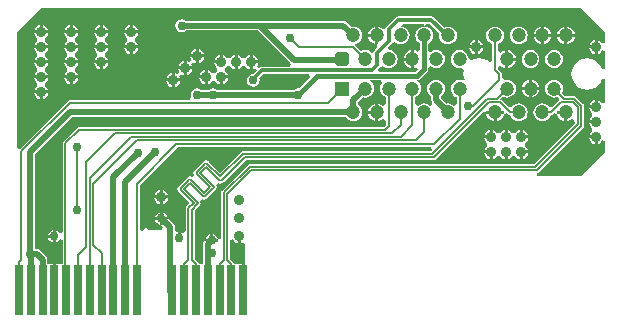
<source format=gbl>
%FSAX24Y24*%
%MOIN*%
G70*
G01*
G75*
G04 Layer_Physical_Order=2*
G04 Layer_Color=16711680*
%ADD10C,0.0060*%
%ADD11R,0.0276X0.1654*%
%ADD12C,0.0200*%
%ADD13C,0.0120*%
%ADD14C,0.0472*%
%ADD15R,0.0472X0.0472*%
G04:AMPARAMS|DCode=16|XSize=47.2mil|YSize=47.2mil|CornerRadius=11.8mil|HoleSize=0mil|Usage=FLASHONLY|Rotation=0.000|XOffset=0mil|YOffset=0mil|HoleType=Round|Shape=RoundedRectangle|*
%AMROUNDEDRECTD16*
21,1,0.0472,0.0236,0,0,0.0*
21,1,0.0236,0.0472,0,0,0.0*
1,1,0.0236,0.0118,-0.0118*
1,1,0.0236,-0.0118,-0.0118*
1,1,0.0236,-0.0118,0.0118*
1,1,0.0236,0.0118,0.0118*
%
%ADD16ROUNDEDRECTD16*%
%ADD17C,0.0350*%
%ADD18C,0.0300*%
%ADD19C,0.0150*%
G36*
X022357Y018293D02*
X022329Y018257D01*
X022300Y018185D01*
X022289Y018108D01*
X022300Y018031D01*
X022329Y017958D01*
X022377Y017897D01*
X022439Y017849D01*
X022496Y017825D01*
Y017601D01*
X022406Y017532D01*
X022344Y017579D01*
X022272Y017609D01*
X022244Y017613D01*
Y017320D01*
Y017028D01*
X022272Y017032D01*
X022344Y017062D01*
X022406Y017109D01*
X022496Y017040D01*
Y016896D01*
X022432Y016832D01*
X012270D01*
X012241Y016826D01*
X012235Y016825D01*
X012205Y016805D01*
X011745Y016345D01*
X011725Y016315D01*
X011718Y016280D01*
Y013324D01*
X011623Y013295D01*
X011591Y013341D01*
X011522Y013388D01*
X011490Y013394D01*
Y013190D01*
Y012986D01*
X011522Y012992D01*
X011591Y013039D01*
X011623Y013085D01*
X011718Y013056D01*
Y012267D01*
X011489D01*
Y011380D01*
X011389D01*
Y012267D01*
X011208D01*
Y012405D01*
X011196Y012467D01*
X011161Y012520D01*
X011161Y012520D01*
X011161D01*
D01*
X011161Y012520D01*
Y012520D01*
X010965Y012715D01*
X010912Y012751D01*
X010850Y012763D01*
X010803D01*
Y015942D01*
X012018Y017157D01*
X021159D01*
X021196Y017109D01*
X021258Y017062D01*
X021330Y017032D01*
X021407Y017022D01*
X021484Y017032D01*
X021556Y017062D01*
X021618Y017109D01*
X021666Y017171D01*
X021696Y017243D01*
X021706Y017320D01*
X021696Y017398D01*
X021666Y017470D01*
X021618Y017532D01*
X021570Y017569D01*
Y017647D01*
X021741Y017817D01*
X021801Y017809D01*
X021878Y017819D01*
X021950Y017849D01*
X022012Y017897D01*
X022060Y017958D01*
X022089Y018031D01*
X022100Y018108D01*
X022089Y018185D01*
X022060Y018257D01*
X022012Y018319D01*
X021950Y018367D01*
X021953Y018382D01*
X022312D01*
X022357Y018293D01*
D02*
G37*
G36*
X023766Y020178D02*
X023692Y020168D01*
X023620Y020138D01*
X023558Y020091D01*
X023511Y020029D01*
X023481Y019957D01*
X023471Y019880D01*
X023481Y019802D01*
X023511Y019730D01*
X023558Y019668D01*
X023620Y019621D01*
X023622Y019620D01*
Y019389D01*
X023533Y019345D01*
X023525Y019351D01*
X023453Y019381D01*
X023426Y019384D01*
Y019092D01*
Y018800D01*
X023453Y018804D01*
X023499Y018823D01*
X023555Y018740D01*
X023473Y018658D01*
X022261D01*
X022223Y018750D01*
X022287Y018813D01*
X022306Y018843D01*
X022405Y018859D01*
X022439Y018833D01*
X022511Y018804D01*
X022588Y018793D01*
X022666Y018804D01*
X022738Y018833D01*
X022799Y018881D01*
X022847Y018943D01*
X022877Y019015D01*
X022887Y019092D01*
X022877Y019169D01*
X022847Y019242D01*
X022799Y019303D01*
X022738Y019351D01*
X022666Y019381D01*
X022588Y019391D01*
X022574Y019501D01*
X022687Y019613D01*
X022699Y019632D01*
X022797Y019648D01*
X022833Y019621D01*
X022905Y019591D01*
X022982Y019581D01*
X023059Y019591D01*
X023131Y019621D01*
X023193Y019668D01*
X023241Y019730D01*
X023270Y019802D01*
X023281Y019880D01*
X023270Y019957D01*
X023241Y020029D01*
X023193Y020091D01*
X023131Y020138D01*
X023059Y020168D01*
X022982Y020178D01*
D01*
D01*
D01*
Y020207D01*
X023053Y020278D01*
X023759D01*
X023766Y020178D01*
D02*
G37*
G36*
X024043Y016076D02*
X023999Y016032D01*
X017730D01*
X017695Y016025D01*
X017665Y016005D01*
X016971Y015310D01*
X016604Y015677D01*
X016604Y015679D01*
X016604D01*
Y015679D01*
X016604D01*
X016604Y015679D01*
D01*
D01*
Y015679D01*
D01*
X016603Y015679D01*
X016600Y015682D01*
X016598Y015682D01*
X016598Y015682D01*
D01*
X016554Y015712D01*
X016495Y015724D01*
X016437Y015712D01*
X016387Y015679D01*
X016387Y015679D01*
X016387Y015679D01*
X016387Y015679D01*
X016387Y015677D01*
X016120Y015411D01*
X016120Y015411D01*
X016119Y015411D01*
D01*
D01*
X016119D01*
Y015411D01*
D01*
X016119D01*
X016119Y015411D01*
X016119D01*
D01*
D01*
D01*
X016118Y015410D01*
X016115Y015405D01*
X016115Y015405D01*
D01*
X016085Y015361D01*
X016074Y015302D01*
X016085Y015246D01*
X016014Y015175D01*
X015958Y015186D01*
X015899Y015175D01*
X015850Y015142D01*
X015849Y015141D01*
X015849Y015141D01*
X015849Y015141D01*
X015849Y015140D01*
X015583Y014873D01*
X015583Y014873D01*
X015581Y014873D01*
D01*
D01*
X015581D01*
Y014873D01*
D01*
X015581D01*
X015581Y014873D01*
X015581D01*
D01*
D01*
D01*
X015581Y014873D01*
X015578Y014868D01*
X015578Y014868D01*
D01*
X015548Y014823D01*
X015536Y014765D01*
X015548Y014706D01*
X015578Y014662D01*
D01*
X015578Y014662D01*
X015581Y014657D01*
X015581Y014656D01*
X015581D01*
Y014656D01*
D01*
D01*
X015581Y014656D01*
X015581Y014656D01*
X015581D01*
Y014656D01*
X015583Y014656D01*
X015950Y014289D01*
X015842Y014181D01*
X015822Y014151D01*
X015815Y014116D01*
Y013352D01*
X015727Y013305D01*
X015692Y013328D01*
X015660Y013334D01*
Y013130D01*
X015560D01*
Y013334D01*
X015540Y013330D01*
X015463Y013394D01*
Y013480D01*
X015451Y013542D01*
X015415Y013595D01*
X015415Y013595D01*
D01*
X015415D01*
D01*
D01*
X015415Y013595D01*
Y013595D01*
X015210Y013801D01*
X015214Y013780D01*
X015204Y013730D01*
X015050D01*
Y013576D01*
X015000Y013566D01*
X014979Y013570D01*
X015057Y013492D01*
X015019Y013400D01*
X014600D01*
X014500Y013500D01*
X014374Y013374D01*
X014282Y013412D01*
Y014902D01*
X015548Y016168D01*
X024005D01*
X024043Y016076D01*
D02*
G37*
G36*
X017650Y012970D02*
X017692Y012979D01*
X017712Y012992D01*
X017800Y012945D01*
Y012267D01*
X017788D01*
Y011380D01*
X017688D01*
Y012267D01*
X017433D01*
X017429Y012285D01*
X017409Y012315D01*
X017299Y012425D01*
Y013055D01*
X017395Y013084D01*
X017431Y013031D01*
X017508Y012979D01*
X017550Y012970D01*
Y013200D01*
X017650D01*
Y012970D01*
D02*
G37*
G36*
X029800Y020000D02*
Y019646D01*
X029704Y019617D01*
X029669Y019669D01*
X029592Y019721D01*
X029550Y019730D01*
Y019500D01*
Y019270D01*
X029592Y019279D01*
X029669Y019331D01*
X029704Y019383D01*
X029800Y019354D01*
Y018779D01*
X029702Y018760D01*
X029659Y018864D01*
X029575Y018973D01*
X029466Y019056D01*
X029339Y019109D01*
X029202Y019127D01*
X029066Y019109D01*
X028939Y019056D01*
X028830Y018973D01*
X028746Y018864D01*
X028693Y018736D01*
X028675Y018600D01*
X028693Y018464D01*
X028746Y018336D01*
X028830Y018227D01*
X028939Y018144D01*
X029066Y018091D01*
X029202Y018073D01*
X029339Y018091D01*
X029466Y018144D01*
X029575Y018227D01*
X029659Y018336D01*
X029702Y018440D01*
X029800Y018421D01*
Y017646D01*
X029704Y017617D01*
X029669Y017669D01*
X029592Y017721D01*
X029550Y017730D01*
Y017500D01*
X029500D01*
Y017450D01*
X029270D01*
X029279Y017408D01*
X029331Y017331D01*
X029376Y017300D01*
Y017200D01*
X029331Y017169D01*
X029279Y017092D01*
X029270Y017050D01*
X029500D01*
Y016950D01*
X029270D01*
X029279Y016908D01*
X029331Y016831D01*
X029376Y016800D01*
Y016700D01*
X029331Y016669D01*
X029279Y016592D01*
X029270Y016550D01*
X029500D01*
Y016500D01*
X029550D01*
Y016270D01*
X029592Y016279D01*
X029669Y016331D01*
X029704Y016383D01*
X029800Y016354D01*
Y016000D01*
X029000Y015200D01*
X027531D01*
X027521Y015300D01*
X027550Y015305D01*
X027580Y015325D01*
X029065Y016810D01*
X029085Y016840D01*
X029086Y016846D01*
X029092Y016875D01*
Y017545D01*
X029085Y017580D01*
X029065Y017610D01*
X029065Y017610D01*
D01*
D01*
D01*
D01*
X029065Y017610D01*
D01*
D01*
X029065D01*
X028836Y017839D01*
X028806Y017859D01*
X028771Y017866D01*
X028472D01*
X028365Y017973D01*
X028389Y018031D01*
X028399Y018108D01*
X028389Y018185D01*
X028359Y018257D01*
X028311Y018319D01*
X028249Y018367D01*
X028177Y018396D01*
X028100Y018407D01*
X028023Y018396D01*
X027951Y018367D01*
X027889Y018319D01*
X027841Y018257D01*
X027811Y018185D01*
X027801Y018108D01*
X027811Y018031D01*
X027841Y017958D01*
X027889Y017897D01*
X027951Y017849D01*
X028023Y017819D01*
X028100Y017809D01*
X028177Y017819D01*
X028193Y017826D01*
X028272Y017783D01*
X028259Y017719D01*
X028259D01*
Y017719D01*
D01*
X028259D01*
D01*
X028038Y017498D01*
X027938Y017505D01*
X027918Y017532D01*
X027856Y017579D01*
X027784Y017609D01*
X027706Y017619D01*
X027629Y017609D01*
X027557Y017579D01*
X027495Y017532D01*
X027448Y017470D01*
X027418Y017398D01*
X027408Y017320D01*
X027418Y017243D01*
X027448Y017171D01*
X027495Y017109D01*
X027557Y017062D01*
X027629Y017032D01*
X027706Y017022D01*
X027784Y017032D01*
X027856Y017062D01*
X027918Y017109D01*
X027965Y017171D01*
X027989Y017229D01*
X027990D01*
X028025Y017236D01*
X028055Y017256D01*
X028106Y017307D01*
X028201Y017275D01*
X028195Y017320D01*
X028201Y017370D01*
X028494D01*
Y017321D01*
X028544D01*
Y017028D01*
X028571Y017032D01*
X028643Y017062D01*
X028699Y017104D01*
X028734Y017087D01*
X028775Y017056D01*
X028781Y016956D01*
X027427Y015602D01*
X017950D01*
X017915Y015595D01*
X017885Y015575D01*
X017023Y014713D01*
X017003Y014683D01*
X016996Y014648D01*
Y013099D01*
X016896Y013089D01*
X016904Y013050D01*
X016894Y013000D01*
X016486D01*
X016476Y013050D01*
X016480Y013071D01*
X016442Y013032D01*
X016406Y012980D01*
X016394Y012917D01*
Y012267D01*
X016252D01*
X016248Y012285D01*
X016228Y012315D01*
X016118Y012425D01*
Y014029D01*
X016271Y014181D01*
X016272Y014181D01*
X016272Y014181D01*
D01*
X016272D01*
X016272D01*
X016272Y014181D01*
X016272D01*
D01*
X016273Y014181D01*
X016276Y014186D01*
X016276Y014186D01*
D01*
X016306Y014231D01*
X016317Y014289D01*
X016306Y014346D01*
X016377Y014416D01*
X016433Y014405D01*
X016492Y014417D01*
X016536Y014447D01*
D01*
X016536Y014447D01*
X016541Y014450D01*
X016542Y014450D01*
D01*
D01*
D01*
X016542D01*
D01*
D01*
Y014450D01*
D01*
D01*
D01*
X016542Y014450D01*
X016808Y014718D01*
X016810Y014718D01*
X016810Y014718D01*
D01*
X016810D01*
X016810D01*
X016810Y014718D01*
X016810D01*
D01*
X016810Y014719D01*
X016813Y014724D01*
D01*
X016813Y014724D01*
D01*
D01*
Y014724D01*
X016843Y014768D01*
X016855Y014827D01*
X016844Y014883D01*
X016914Y014954D01*
X016971Y014943D01*
X017029Y014954D01*
X017074Y014984D01*
D01*
X017074Y014984D01*
X017079Y014987D01*
X017079Y014988D01*
D01*
D01*
D01*
X017079D01*
D01*
D01*
Y014988D01*
D01*
D01*
D01*
D01*
X017818Y015728D01*
X024087D01*
X024122Y015735D01*
X024151Y015755D01*
X025730Y017334D01*
X025789Y017326D01*
X025834Y017311D01*
X025833Y017320D01*
X025839Y017370D01*
X026424D01*
X026430Y017320D01*
X026425Y017279D01*
X026520Y017311D01*
X026575Y017256D01*
X026605Y017236D01*
X026636Y017230D01*
X026660Y017171D01*
X026708Y017109D01*
X026770Y017062D01*
X026842Y017032D01*
X026919Y017022D01*
X026996Y017032D01*
X027068Y017062D01*
X027130Y017109D01*
X027178Y017171D01*
X027207Y017243D01*
X027218Y017320D01*
X027207Y017398D01*
X027178Y017470D01*
X027130Y017532D01*
X027068Y017579D01*
X026996Y017609D01*
X026919Y017619D01*
X026842Y017609D01*
X026770Y017579D01*
X026708Y017532D01*
X026689Y017508D01*
X026589Y017501D01*
X026371Y017719D01*
X026341Y017739D01*
X026306Y017746D01*
X026302Y017755D01*
X026390Y017843D01*
X026448Y017819D01*
X026525Y017809D01*
X026603Y017819D01*
X026675Y017849D01*
X026736Y017897D01*
X026784Y017958D01*
X026814Y018031D01*
X026824Y018108D01*
X026814Y018185D01*
X026784Y018257D01*
X026736Y018319D01*
X026675Y018367D01*
X026603Y018396D01*
X026525Y018407D01*
X026448Y018396D01*
X026445Y018395D01*
X026362Y018451D01*
Y018587D01*
X026355Y018622D01*
X026335Y018652D01*
X026335Y018652D01*
X026335D01*
Y018652D01*
D01*
D01*
D01*
X026335Y018652D01*
X026335Y018652D01*
X026232Y018755D01*
Y018818D01*
X026279Y018854D01*
X026321Y018875D01*
X026376Y018833D01*
X026448Y018804D01*
X026475Y018800D01*
Y019092D01*
Y019384D01*
X026448Y019381D01*
X026376Y019351D01*
X026314Y019303D01*
X026223Y019373D01*
Y019597D01*
X026281Y019621D01*
X026343Y019668D01*
X026390Y019730D01*
X026420Y019802D01*
X026430Y019880D01*
X026420Y019957D01*
X026390Y020029D01*
X026343Y020091D01*
X026281Y020138D01*
X026209Y020168D01*
X026131Y020178D01*
X026054Y020168D01*
X025982Y020138D01*
X025920Y020091D01*
X025873Y020029D01*
X025843Y019957D01*
X025833Y019880D01*
X025843Y019802D01*
X025873Y019730D01*
X025920Y019668D01*
X025982Y019621D01*
X026040Y019597D01*
Y019034D01*
X025950Y018990D01*
X025864Y019056D01*
X025736Y019109D01*
X025600Y019127D01*
X025464Y019109D01*
X025336Y019056D01*
X025249Y019092D01*
X025249Y019092D01*
D01*
D01*
Y019092D01*
D01*
X025239Y019169D01*
X025209Y019242D01*
X025162Y019303D01*
X025100Y019351D01*
X025028Y019381D01*
X024950Y019391D01*
X024873Y019381D01*
X024801Y019351D01*
X024739Y019303D01*
X024692Y019242D01*
X024662Y019169D01*
X024652Y019092D01*
X024662Y019015D01*
X024692Y018943D01*
X024739Y018881D01*
X024801Y018833D01*
X024873Y018804D01*
X024950Y018793D01*
X025020Y018802D01*
X025090Y018732D01*
X025073Y018600D01*
X025091Y018464D01*
X025122Y018388D01*
X025028Y018389D01*
X025028Y018389D01*
X025028Y018389D01*
X024950Y018399D01*
X024873Y018389D01*
X024801Y018359D01*
X024739Y018311D01*
X024692Y018249D01*
X024662Y018177D01*
X024652Y018100D01*
X024662Y018023D01*
X024692Y017951D01*
X024739Y017889D01*
X024801Y017841D01*
X024859Y017817D01*
Y017601D01*
X024768Y017532D01*
X024706Y017579D01*
X024634Y017609D01*
X024557Y017619D01*
X024497Y017611D01*
X024326Y017782D01*
Y017860D01*
X024374Y017897D01*
X024422Y017958D01*
X024452Y018031D01*
X024462Y018108D01*
X024452Y018185D01*
X024422Y018257D01*
X024374Y018319D01*
X024312Y018367D01*
X024240Y018396D01*
X024163Y018407D01*
X024086Y018396D01*
X024014Y018367D01*
X023952Y018319D01*
X023904Y018257D01*
X023874Y018185D01*
X023864Y018108D01*
X023874Y018031D01*
X023904Y017958D01*
X023952Y017897D01*
X024000Y017860D01*
Y017714D01*
X024000Y017714D01*
X024000D01*
X024012Y017652D01*
X024040Y017611D01*
X023967Y017542D01*
X023919Y017579D01*
X023847Y017609D01*
X023769Y017619D01*
X023692Y017609D01*
X023620Y017579D01*
X023558Y017532D01*
X023467Y017601D01*
Y017825D01*
X023525Y017849D01*
X023587Y017897D01*
X023634Y017958D01*
X023664Y018031D01*
X023674Y018108D01*
X023664Y018185D01*
X023634Y018257D01*
X023587Y018319D01*
X023525Y018367D01*
X023528Y018382D01*
X023530D01*
X023583Y018393D01*
X023627Y018423D01*
X023857Y018653D01*
X023887Y018697D01*
X023898Y018750D01*
Y018809D01*
X023987Y018854D01*
X024014Y018833D01*
X024086Y018804D01*
X024163Y018793D01*
X024240Y018804D01*
X024312Y018833D01*
X024374Y018881D01*
X024422Y018943D01*
X024452Y019015D01*
X024462Y019092D01*
X024452Y019169D01*
X024422Y019242D01*
X024374Y019303D01*
X024312Y019351D01*
X024240Y019381D01*
X024163Y019391D01*
X024086Y019381D01*
X024014Y019351D01*
X023987Y019331D01*
X023898Y019375D01*
Y019612D01*
X023919Y019621D01*
X023981Y019668D01*
X024028Y019730D01*
X024058Y019802D01*
X024068Y019880D01*
X024058Y019957D01*
X024028Y020029D01*
X023981Y020091D01*
X023919Y020138D01*
X023847Y020168D01*
X023769Y020178D01*
Y020207D01*
X023840Y020278D01*
X023949D01*
X024269Y019958D01*
X024268Y019957D01*
X024258Y019880D01*
X024268Y019802D01*
X024298Y019730D01*
X024345Y019668D01*
X024407Y019621D01*
X024479Y019591D01*
X024557Y019581D01*
X024634Y019591D01*
X024706Y019621D01*
X024768Y019668D01*
X024815Y019730D01*
X024845Y019802D01*
X024855Y019880D01*
X024845Y019957D01*
X024815Y020029D01*
X024768Y020091D01*
X024706Y020138D01*
X024634Y020168D01*
X024557Y020178D01*
X024479Y020168D01*
X024427Y020146D01*
X024087Y020487D01*
X024047Y020513D01*
X024000Y020522D01*
X022900D01*
X022853Y020513D01*
X022813Y020487D01*
X022513Y020187D01*
X022487Y020147D01*
X022485Y020137D01*
X022391Y020102D01*
X022344Y020138D01*
X022272Y020168D01*
X022244Y020172D01*
Y019879D01*
Y019587D01*
X022194Y019581D01*
X022182Y019582D01*
X022202Y019525D01*
X022208Y019481D01*
X022113Y019387D01*
X022087Y019347D01*
X022012Y019303D01*
X022012D01*
X021950Y019351D01*
X021878Y019381D01*
X021801Y019391D01*
X021723Y019381D01*
X021666Y019357D01*
X021468Y019555D01*
X021438Y019575D01*
X021484Y019591D01*
X021484D01*
X021556Y019621D01*
X021618Y019668D01*
X021666Y019730D01*
X021696Y019802D01*
X021706Y019880D01*
X021696Y019957D01*
X021666Y020029D01*
X021618Y020091D01*
X021556Y020138D01*
X021484Y020168D01*
X021407Y020178D01*
X021347Y020170D01*
X021192Y020325D01*
X021139Y020361D01*
X021077Y020373D01*
X015814D01*
X015762Y020408D01*
X015680Y020424D01*
X015598Y020408D01*
X015529Y020361D01*
X015482Y020292D01*
X015466Y020210D01*
X015482Y020128D01*
X015529Y020059D01*
X015598Y020012D01*
X015680Y019996D01*
X015762Y020012D01*
X015814Y020047D01*
X018212D01*
X019305Y018955D01*
D01*
X019305Y018955D01*
X019305Y018955D01*
D01*
D01*
D01*
X019305Y018955D01*
Y018955D01*
X019329Y018938D01*
X019300Y018842D01*
X018360D01*
X018313Y018833D01*
X018297Y018822D01*
X018273Y018807D01*
X018272Y018805D01*
X018235Y018835D01*
D01*
X018195Y018869D01*
X018221Y018908D01*
X018230Y018950D01*
X018050D01*
Y018770D01*
X018092Y018779D01*
X018131Y018805D01*
X018165Y018765D01*
D01*
X018195Y018728D01*
X018071Y018604D01*
X018070Y018604D01*
X017988Y018588D01*
X017919Y018541D01*
X017872Y018472D01*
X017856Y018390D01*
X017872Y018308D01*
X017919Y018239D01*
X017988Y018192D01*
X018070Y018176D01*
X018152Y018192D01*
X018221Y018239D01*
X018268Y018308D01*
X018284Y018390D01*
X018271Y018458D01*
X018411Y018598D01*
X019932D01*
X019971Y018505D01*
X019586Y018121D01*
X019570Y018124D01*
X019488Y018108D01*
X019436Y018073D01*
X016854D01*
X016802Y018108D01*
X016720Y018124D01*
X016638Y018108D01*
X016586Y018073D01*
X016334D01*
X016282Y018108D01*
X016200Y018124D01*
X016118Y018108D01*
X016049Y018061D01*
X016002Y017992D01*
X015986Y017910D01*
X016002Y017828D01*
X016008Y017820D01*
X015960Y017732D01*
X011960D01*
X011925Y017725D01*
X011895Y017705D01*
X010292Y016102D01*
X010200Y016140D01*
Y020000D01*
X011000Y020800D01*
X029000D01*
X029800Y020000D01*
D02*
G37*
%LPC*%
G36*
X027263Y018400D02*
X027235Y018396D01*
X027163Y018367D01*
X027101Y018319D01*
X027054Y018257D01*
X027024Y018185D01*
X027020Y018158D01*
X027263D01*
Y018400D01*
D02*
G37*
G36*
X015630Y018350D02*
X015450D01*
Y018170D01*
X015492Y018179D01*
X015569Y018231D01*
X015621Y018308D01*
X015630Y018350D01*
D02*
G37*
G36*
X015350D02*
X015170D01*
X015179Y018308D01*
X015231Y018231D01*
X015308Y018179D01*
X015350Y018170D01*
Y018350D01*
D02*
G37*
G36*
X027363Y018400D02*
Y018158D01*
X027605D01*
X027601Y018185D01*
X027571Y018257D01*
X027524Y018319D01*
X027462Y018367D01*
X027390Y018396D01*
X027363Y018400D01*
D02*
G37*
G36*
X011230Y017950D02*
X011050D01*
Y017770D01*
X011092Y017779D01*
X011169Y017831D01*
X011221Y017908D01*
X011230Y017950D01*
D02*
G37*
G36*
X010950D02*
X010770D01*
X010779Y017908D01*
X010831Y017831D01*
X010908Y017779D01*
X010950Y017770D01*
Y017950D01*
D02*
G37*
G36*
X027263Y018058D02*
X027020D01*
X027024Y018031D01*
X027054Y017958D01*
X027101Y017897D01*
X027163Y017849D01*
X027235Y017819D01*
X027263Y017816D01*
Y018058D01*
D02*
G37*
G36*
X011230Y018450D02*
X010770D01*
X010779Y018408D01*
X010831Y018331D01*
X010876Y018300D01*
Y018200D01*
X010831Y018169D01*
X010779Y018092D01*
X010770Y018050D01*
X011230D01*
X011221Y018092D01*
X011169Y018169D01*
X011124Y018200D01*
Y018300D01*
X011169Y018331D01*
X011221Y018408D01*
X011230Y018450D01*
D02*
G37*
G36*
X027605Y018058D02*
X027363D01*
Y017816D01*
X027390Y017819D01*
X027462Y017849D01*
X027524Y017897D01*
X027571Y017958D01*
X027601Y018031D01*
X027605Y018058D01*
D02*
G37*
G36*
X011950Y018450D02*
X011770D01*
X011779Y018408D01*
X011831Y018331D01*
X011908Y018279D01*
X011950Y018270D01*
Y018450D01*
D02*
G37*
G36*
X015750Y018750D02*
X015570D01*
X015579Y018708D01*
X015611Y018659D01*
X015541Y018589D01*
X015492Y018621D01*
X015450Y018630D01*
Y018450D01*
X015630D01*
X015621Y018492D01*
X015589Y018541D01*
X015659Y018611D01*
X015708Y018579D01*
X015750Y018570D01*
Y018750D01*
D02*
G37*
G36*
X016030D02*
X015850D01*
Y018570D01*
X015892Y018579D01*
X015969Y018631D01*
X016021Y018708D01*
X016030Y018750D01*
D02*
G37*
G36*
X016450Y018730D02*
X016408Y018721D01*
X016331Y018669D01*
X016279Y018592D01*
X016270Y018550D01*
X016450D01*
Y018730D01*
D02*
G37*
G36*
X027313Y019391D02*
X027235Y019381D01*
X027163Y019351D01*
X027101Y019303D01*
X027054Y019242D01*
X027024Y019169D01*
X027014Y019092D01*
X027024Y019015D01*
X027054Y018943D01*
X027101Y018881D01*
X027163Y018833D01*
X027235Y018804D01*
X027313Y018793D01*
X027390Y018804D01*
X027462Y018833D01*
X027524Y018881D01*
X027571Y018943D01*
X027601Y019015D01*
X027611Y019092D01*
X027601Y019169D01*
X027571Y019242D01*
X027524Y019303D01*
X027462Y019351D01*
X027390Y019381D01*
X027313Y019391D01*
D02*
G37*
G36*
X013230Y018950D02*
X013050D01*
Y018770D01*
X013092Y018779D01*
X013169Y018831D01*
X013221Y018908D01*
X013230Y018950D01*
D02*
G37*
G36*
X012950D02*
X012770D01*
X012779Y018908D01*
X012831Y018831D01*
X012908Y018779D01*
X012950Y018770D01*
Y018950D01*
D02*
G37*
G36*
X017230Y018450D02*
X017050D01*
Y018270D01*
X017092Y018279D01*
X017169Y018331D01*
X017221Y018408D01*
X017230Y018450D01*
D02*
G37*
G36*
X016450D02*
X016270D01*
X016279Y018408D01*
X016331Y018331D01*
X016408Y018279D01*
X016450Y018270D01*
Y018450D01*
D02*
G37*
G36*
X012230D02*
X012050D01*
Y018270D01*
X012092Y018279D01*
X012169Y018331D01*
X012221Y018408D01*
X012230Y018450D01*
D02*
G37*
G36*
Y018950D02*
X011770D01*
X011779Y018908D01*
X011831Y018831D01*
X011876Y018800D01*
Y018700D01*
X011831Y018669D01*
X011779Y018592D01*
X011770Y018550D01*
X012230D01*
X012221Y018592D01*
X012169Y018669D01*
X012124Y018700D01*
Y018800D01*
X012169Y018831D01*
X012221Y018908D01*
X012230Y018950D01*
D02*
G37*
G36*
X011230D02*
X010770D01*
X010779Y018908D01*
X010831Y018831D01*
X010876Y018800D01*
Y018700D01*
X010831Y018669D01*
X010779Y018592D01*
X010770Y018550D01*
X011230D01*
X011221Y018592D01*
X011169Y018669D01*
X011124Y018700D01*
Y018800D01*
X011169Y018831D01*
X011221Y018908D01*
X011230Y018950D01*
D02*
G37*
G36*
X015350Y018630D02*
X015308Y018621D01*
X015231Y018569D01*
X015179Y018492D01*
X015170Y018450D01*
X015350D01*
Y018630D01*
D02*
G37*
G36*
X014950Y014450D02*
X014770D01*
X014779Y014408D01*
X014831Y014331D01*
X014908Y014279D01*
X014950Y014270D01*
Y014450D01*
D02*
G37*
G36*
X015050Y013984D02*
Y013830D01*
X015204D01*
X015198Y013862D01*
X015151Y013931D01*
X015082Y013978D01*
X015050Y013984D01*
D02*
G37*
G36*
X015230Y014450D02*
X015050D01*
Y014270D01*
X015092Y014279D01*
X015169Y014331D01*
X015221Y014408D01*
X015230Y014450D01*
D02*
G37*
G36*
X015050Y014730D02*
Y014550D01*
X015230D01*
X015221Y014592D01*
X015169Y014669D01*
X015092Y014721D01*
X015050Y014730D01*
D02*
G37*
G36*
X014950D02*
X014908Y014721D01*
X014831Y014669D01*
X014779Y014592D01*
X014770Y014550D01*
X014950D01*
Y014730D01*
D02*
G37*
G36*
Y013984D02*
X014918Y013978D01*
X014849Y013931D01*
X014802Y013862D01*
X014796Y013830D01*
X014950D01*
Y013984D01*
D02*
G37*
G36*
X016640Y013254D02*
X016608Y013248D01*
X016539Y013201D01*
X016492Y013132D01*
X016486Y013100D01*
X016640D01*
Y013254D01*
D02*
G37*
G36*
X011390Y013140D02*
X011236D01*
X011242Y013108D01*
X011289Y013039D01*
X011358Y012992D01*
X011390Y012986D01*
Y013140D01*
D02*
G37*
G36*
X016740Y013254D02*
Y013100D01*
X016894D01*
X016888Y013132D01*
X016841Y013201D01*
X016772Y013248D01*
X016740Y013254D01*
D02*
G37*
G36*
X014950Y013730D02*
X014796D01*
X014802Y013698D01*
X014849Y013629D01*
X014918Y013582D01*
X014950Y013576D01*
Y013730D01*
D02*
G37*
G36*
X011390Y013394D02*
X011358Y013388D01*
X011289Y013341D01*
X011242Y013272D01*
X011236Y013240D01*
X011390D01*
Y013394D01*
D02*
G37*
G36*
X025950Y015950D02*
X025770D01*
X025779Y015908D01*
X025831Y015831D01*
X025908Y015779D01*
X025950Y015770D01*
Y015950D01*
D02*
G37*
G36*
X026424Y017270D02*
X026181D01*
Y017028D01*
X026209Y017032D01*
X026281Y017062D01*
X026343Y017109D01*
X026390Y017171D01*
X026420Y017243D01*
X026424Y017270D01*
D02*
G37*
G36*
X026082D02*
X025839D01*
X025843Y017243D01*
X025873Y017171D01*
X025920Y017109D01*
X025982Y017062D01*
X026054Y017032D01*
X026082Y017028D01*
Y017270D01*
D02*
G37*
G36*
X028444D02*
X028202D01*
X028205Y017243D01*
X028235Y017171D01*
X028282Y017109D01*
X028344Y017062D01*
X028416Y017032D01*
X028444Y017028D01*
Y017270D01*
D02*
G37*
G36*
X029450Y017730D02*
X029408Y017721D01*
X029331Y017669D01*
X029279Y017592D01*
X029270Y017550D01*
X029450D01*
Y017730D01*
D02*
G37*
G36*
X022144Y017613D02*
X022117Y017609D01*
X022045Y017579D01*
X021983Y017532D01*
X021936Y017470D01*
X021906Y017398D01*
X021902Y017370D01*
X022144D01*
Y017613D01*
D02*
G37*
G36*
Y017270D02*
X021902D01*
X021906Y017243D01*
X021936Y017171D01*
X021983Y017109D01*
X022045Y017062D01*
X022117Y017032D01*
X022144Y017028D01*
Y017270D01*
D02*
G37*
G36*
X029450Y016450D02*
X029270D01*
X029279Y016408D01*
X029331Y016331D01*
X029408Y016279D01*
X029450Y016270D01*
Y016450D01*
D02*
G37*
G36*
X027230Y015950D02*
X027050D01*
Y015770D01*
X027092Y015779D01*
X027169Y015831D01*
X027221Y015908D01*
X027230Y015950D01*
D02*
G37*
G36*
X025950Y016730D02*
X025908Y016721D01*
X025831Y016669D01*
X025779Y016592D01*
X025770Y016550D01*
X025950D01*
Y016730D01*
D02*
G37*
G36*
X026950D02*
X026908Y016721D01*
X026831Y016669D01*
X026800Y016624D01*
X026700D01*
X026669Y016669D01*
X026592Y016721D01*
X026550Y016730D01*
Y016500D01*
X026450D01*
Y016730D01*
X026408Y016721D01*
X026331Y016669D01*
X026300Y016624D01*
X026200D01*
X026169Y016669D01*
X026092Y016721D01*
X026050Y016730D01*
Y016500D01*
X026000D01*
Y016450D01*
X025770D01*
X025779Y016408D01*
X025831Y016331D01*
X025876Y016300D01*
Y016200D01*
X025831Y016169D01*
X025779Y016092D01*
X025770Y016050D01*
X026000D01*
Y016000D01*
X026050D01*
Y015770D01*
X026092Y015779D01*
X026169Y015831D01*
X026200Y015876D01*
X026300D01*
X026331Y015831D01*
X026408Y015779D01*
X026450Y015770D01*
Y016000D01*
X026550D01*
Y015770D01*
X026592Y015779D01*
X026669Y015831D01*
X026700Y015876D01*
X026800D01*
X026831Y015831D01*
X026908Y015779D01*
X026950Y015770D01*
Y016000D01*
X027000D01*
Y016050D01*
X027230D01*
X027221Y016092D01*
X027169Y016169D01*
X027124Y016200D01*
Y016300D01*
X027169Y016331D01*
X027221Y016408D01*
X027230Y016450D01*
X027000D01*
Y016500D01*
X026950D01*
Y016730D01*
D02*
G37*
G36*
X027050D02*
Y016550D01*
X027230D01*
X027221Y016592D01*
X027169Y016669D01*
X027092Y016721D01*
X027050Y016730D01*
D02*
G37*
G36*
X027998Y019830D02*
X027756D01*
Y019587D01*
X027784Y019591D01*
X027856Y019621D01*
X027918Y019668D01*
X027965Y019730D01*
X027995Y019802D01*
X027998Y019830D01*
D02*
G37*
G36*
X027656D02*
X027414D01*
X027418Y019802D01*
X027448Y019730D01*
X027495Y019668D01*
X027557Y019621D01*
X027629Y019591D01*
X027656Y019587D01*
Y019830D01*
D02*
G37*
G36*
X022144D02*
X021902D01*
X021906Y019802D01*
X021936Y019730D01*
X021983Y019668D01*
X022045Y019621D01*
X022117Y019591D01*
X022144Y019587D01*
Y019830D01*
D02*
G37*
G36*
Y020172D02*
X022117Y020168D01*
X022045Y020138D01*
X021983Y020091D01*
X021936Y020029D01*
X021906Y019957D01*
X021902Y019930D01*
X022144D01*
Y020172D01*
D02*
G37*
G36*
X028786Y019830D02*
X028544D01*
Y019587D01*
X028571Y019591D01*
X028643Y019621D01*
X028705Y019668D01*
X028752Y019730D01*
X028782Y019802D01*
X028786Y019830D01*
D02*
G37*
G36*
X028444D02*
X028202D01*
X028205Y019802D01*
X028235Y019730D01*
X028282Y019668D01*
X028344Y019621D01*
X028416Y019591D01*
X028444Y019587D01*
Y019830D01*
D02*
G37*
G36*
X025450Y019730D02*
X025408Y019721D01*
X025331Y019669D01*
X025279Y019592D01*
X025270Y019550D01*
X025450D01*
Y019730D01*
D02*
G37*
G36*
X014230Y019950D02*
X013770D01*
X013779Y019908D01*
X013831Y019831D01*
X013876Y019800D01*
Y019700D01*
X013831Y019669D01*
X013779Y019592D01*
X013770Y019550D01*
X014230D01*
X014221Y019592D01*
X014169Y019669D01*
X014124Y019700D01*
Y019800D01*
X014169Y019831D01*
X014221Y019908D01*
X014230Y019950D01*
D02*
G37*
G36*
X013230D02*
X012770D01*
X012779Y019908D01*
X012831Y019831D01*
X012876Y019800D01*
Y019700D01*
X012831Y019669D01*
X012779Y019592D01*
X012770Y019550D01*
X013230D01*
X013221Y019592D01*
X013169Y019669D01*
X013124Y019700D01*
Y019800D01*
X013169Y019831D01*
X013221Y019908D01*
X013230Y019950D01*
D02*
G37*
G36*
X026919Y020178D02*
X026842Y020168D01*
X026770Y020138D01*
X026708Y020091D01*
X026660Y020029D01*
X026630Y019957D01*
X026620Y019880D01*
X026630Y019802D01*
X026660Y019730D01*
X026708Y019668D01*
X026770Y019621D01*
X026842Y019591D01*
X026919Y019581D01*
X026996Y019591D01*
X027068Y019621D01*
X027130Y019668D01*
X027178Y019730D01*
X027207Y019802D01*
X027218Y019880D01*
X027207Y019957D01*
X027178Y020029D01*
X027130Y020091D01*
X027068Y020138D01*
X026996Y020168D01*
X026919Y020178D01*
D02*
G37*
G36*
X029450Y019730D02*
X029408Y019721D01*
X029331Y019669D01*
X029279Y019592D01*
X029270Y019550D01*
X029450D01*
Y019730D01*
D02*
G37*
G36*
X025550D02*
Y019550D01*
X025730D01*
X025721Y019592D01*
X025669Y019669D01*
X025592Y019721D01*
X025550Y019730D01*
D02*
G37*
G36*
X012950Y020230D02*
X012908Y020221D01*
X012831Y020169D01*
X012779Y020092D01*
X012770Y020050D01*
X012950D01*
Y020230D01*
D02*
G37*
G36*
X012050D02*
Y020050D01*
X012230D01*
X012221Y020092D01*
X012169Y020169D01*
X012092Y020221D01*
X012050Y020230D01*
D02*
G37*
G36*
X011950D02*
X011908Y020221D01*
X011831Y020169D01*
X011779Y020092D01*
X011770Y020050D01*
X011950D01*
Y020230D01*
D02*
G37*
G36*
X014050D02*
Y020050D01*
X014230D01*
X014221Y020092D01*
X014169Y020169D01*
X014092Y020221D01*
X014050Y020230D01*
D02*
G37*
G36*
X013950D02*
X013908Y020221D01*
X013831Y020169D01*
X013779Y020092D01*
X013770Y020050D01*
X013950D01*
Y020230D01*
D02*
G37*
G36*
X013050D02*
Y020050D01*
X013230D01*
X013221Y020092D01*
X013169Y020169D01*
X013092Y020221D01*
X013050Y020230D01*
D02*
G37*
G36*
X028444Y020172D02*
X028416Y020168D01*
X028344Y020138D01*
X028282Y020091D01*
X028235Y020029D01*
X028205Y019957D01*
X028202Y019930D01*
X028444D01*
Y020172D01*
D02*
G37*
G36*
X027756D02*
Y019930D01*
X027998D01*
X027995Y019957D01*
X027965Y020029D01*
X027918Y020091D01*
X027856Y020138D01*
X027784Y020168D01*
X027756Y020172D01*
D02*
G37*
G36*
X027656D02*
X027629Y020168D01*
X027557Y020138D01*
X027495Y020091D01*
X027448Y020029D01*
X027418Y019957D01*
X027414Y019930D01*
X027656D01*
Y020172D01*
D02*
G37*
G36*
X011050Y020230D02*
Y020050D01*
X011230D01*
X011221Y020092D01*
X011169Y020169D01*
X011092Y020221D01*
X011050Y020230D01*
D02*
G37*
G36*
X010950D02*
X010908Y020221D01*
X010831Y020169D01*
X010779Y020092D01*
X010770Y020050D01*
X010950D01*
Y020230D01*
D02*
G37*
G36*
X028544Y020172D02*
Y019930D01*
X028786D01*
X028782Y019957D01*
X028752Y020029D01*
X028705Y020091D01*
X028643Y020138D01*
X028571Y020168D01*
X028544Y020172D01*
D02*
G37*
G36*
X013230Y019450D02*
X012770D01*
X012779Y019408D01*
X012831Y019331D01*
X012876Y019300D01*
Y019200D01*
X012831Y019169D01*
X012779Y019092D01*
X012770Y019050D01*
X013230D01*
X013221Y019092D01*
X013169Y019169D01*
X013124Y019200D01*
Y019300D01*
X013169Y019331D01*
X013221Y019408D01*
X013230Y019450D01*
D02*
G37*
G36*
X012230D02*
X011770D01*
X011779Y019408D01*
X011831Y019331D01*
X011876Y019300D01*
Y019200D01*
X011831Y019169D01*
X011779Y019092D01*
X011770Y019050D01*
X012230D01*
X012221Y019092D01*
X012169Y019169D01*
X012124Y019200D01*
Y019300D01*
X012169Y019331D01*
X012221Y019408D01*
X012230Y019450D01*
D02*
G37*
G36*
X011230D02*
X010770D01*
X010779Y019408D01*
X010831Y019331D01*
X010876Y019300D01*
Y019200D01*
X010831Y019169D01*
X010779Y019092D01*
X010770Y019050D01*
X011230D01*
X011221Y019092D01*
X011169Y019169D01*
X011124Y019200D01*
Y019300D01*
X011169Y019331D01*
X011221Y019408D01*
X011230Y019450D01*
D02*
G37*
G36*
X017450Y019230D02*
X017408Y019221D01*
X017331Y019169D01*
X017300Y019124D01*
X017200D01*
X017169Y019169D01*
X017092Y019221D01*
X017050Y019230D01*
Y019000D01*
X017000D01*
Y018950D01*
X016770D01*
X016779Y018908D01*
X016831Y018831D01*
X016876Y018800D01*
Y018700D01*
X016831Y018669D01*
X016800Y018624D01*
X016700D01*
X016669Y018669D01*
X016592Y018721D01*
X016550Y018730D01*
Y018500D01*
Y018270D01*
X016592Y018279D01*
X016669Y018331D01*
X016700Y018376D01*
X016800D01*
X016831Y018331D01*
X016908Y018279D01*
X016950Y018270D01*
Y018500D01*
X017000D01*
Y018550D01*
X017230D01*
X017221Y018592D01*
X017169Y018669D01*
X017124Y018700D01*
Y018800D01*
X017169Y018831D01*
X017200Y018876D01*
X017300D01*
X017331Y018831D01*
X017408Y018779D01*
X017450Y018770D01*
Y019000D01*
Y019230D01*
D02*
G37*
G36*
X018050D02*
Y019050D01*
X018230D01*
X018221Y019092D01*
X018169Y019169D01*
X018092Y019221D01*
X018050Y019230D01*
D02*
G37*
G36*
X016950D02*
X016908Y019221D01*
X016831Y019169D01*
X016779Y019092D01*
X016770Y019050D01*
X016950D01*
Y019230D01*
D02*
G37*
G36*
X026817Y019042D02*
X026575D01*
Y018800D01*
X026603Y018804D01*
X026675Y018833D01*
X026736Y018881D01*
X026784Y018943D01*
X026814Y019015D01*
X026817Y019042D01*
D02*
G37*
G36*
X023326D02*
X023083D01*
X023087Y019015D01*
X023117Y018943D01*
X023164Y018881D01*
X023226Y018833D01*
X023298Y018804D01*
X023326Y018800D01*
Y019042D01*
D02*
G37*
G36*
X028100Y019391D02*
X028023Y019381D01*
X027951Y019351D01*
X027889Y019303D01*
X027841Y019242D01*
X027811Y019169D01*
X027801Y019092D01*
X027811Y019015D01*
X027841Y018943D01*
X027889Y018881D01*
X027951Y018833D01*
X028023Y018804D01*
X028100Y018793D01*
X028177Y018804D01*
X028249Y018833D01*
X028311Y018881D01*
X028359Y018943D01*
X028389Y019015D01*
X028399Y019092D01*
X028389Y019169D01*
X028359Y019242D01*
X028311Y019303D01*
X028249Y019351D01*
X028177Y019381D01*
X028100Y019391D01*
D02*
G37*
G36*
X016150Y019150D02*
X015970D01*
X015979Y019108D01*
X016011Y019059D01*
X015941Y018989D01*
X015892Y019021D01*
X015850Y019030D01*
Y018850D01*
X016030D01*
X016021Y018892D01*
X015989Y018941D01*
X016059Y019011D01*
X016108Y018979D01*
X016150Y018970D01*
Y019150D01*
D02*
G37*
G36*
X016430D02*
X016250D01*
Y018970D01*
X016292Y018979D01*
X016369Y019031D01*
X016421Y019108D01*
X016430Y019150D01*
D02*
G37*
G36*
X015750Y019030D02*
X015708Y019021D01*
X015631Y018969D01*
X015579Y018892D01*
X015570Y018850D01*
X015750D01*
Y019030D01*
D02*
G37*
G36*
X025730Y019450D02*
X025550D01*
Y019270D01*
X025592Y019279D01*
X025669Y019331D01*
X025721Y019408D01*
X025730Y019450D01*
D02*
G37*
G36*
X025450D02*
X025270D01*
X025279Y019408D01*
X025331Y019331D01*
X025408Y019279D01*
X025450Y019270D01*
Y019450D01*
D02*
G37*
G36*
X014230D02*
X014050D01*
Y019270D01*
X014092Y019279D01*
X014169Y019331D01*
X014221Y019408D01*
X014230Y019450D01*
D02*
G37*
G36*
X012230Y019950D02*
X011770D01*
X011779Y019908D01*
X011831Y019831D01*
X011876Y019800D01*
Y019700D01*
X011831Y019669D01*
X011779Y019592D01*
X011770Y019550D01*
X012230D01*
X012221Y019592D01*
X012169Y019669D01*
X012124Y019700D01*
Y019800D01*
X012169Y019831D01*
X012221Y019908D01*
X012230Y019950D01*
D02*
G37*
G36*
X011230D02*
X010770D01*
X010779Y019908D01*
X010831Y019831D01*
X010876Y019800D01*
Y019700D01*
X010831Y019669D01*
X010779Y019592D01*
X010770Y019550D01*
X011230D01*
X011221Y019592D01*
X011169Y019669D01*
X011124Y019700D01*
Y019800D01*
X011169Y019831D01*
X011221Y019908D01*
X011230Y019950D01*
D02*
G37*
G36*
X029450Y019450D02*
X029270D01*
X029279Y019408D01*
X029331Y019331D01*
X029408Y019279D01*
X029450Y019270D01*
Y019450D01*
D02*
G37*
G36*
X026575Y019384D02*
Y019142D01*
X026817D01*
X026814Y019169D01*
X026784Y019242D01*
X026736Y019303D01*
X026675Y019351D01*
X026603Y019381D01*
X026575Y019384D01*
D02*
G37*
G36*
X023326D02*
X023298Y019381D01*
X023226Y019351D01*
X023164Y019303D01*
X023117Y019242D01*
X023087Y019169D01*
X023083Y019142D01*
X023326D01*
Y019384D01*
D02*
G37*
G36*
X017950Y019230D02*
X017908Y019221D01*
X017831Y019169D01*
X017800Y019124D01*
X017700D01*
X017669Y019169D01*
X017592Y019221D01*
X017550Y019230D01*
Y019000D01*
Y018770D01*
X017592Y018779D01*
X017669Y018831D01*
X017700Y018876D01*
X017800D01*
X017831Y018831D01*
X017908Y018779D01*
X017950Y018770D01*
Y019000D01*
Y019230D01*
D02*
G37*
G36*
X013950Y019450D02*
X013770D01*
X013779Y019408D01*
X013831Y019331D01*
X013908Y019279D01*
X013950Y019270D01*
Y019450D01*
D02*
G37*
G36*
X016250Y019430D02*
Y019250D01*
X016430D01*
X016421Y019292D01*
X016369Y019369D01*
X016292Y019421D01*
X016250Y019430D01*
D02*
G37*
G36*
X016150D02*
X016108Y019421D01*
X016031Y019369D01*
X015979Y019292D01*
X015970Y019250D01*
X016150D01*
Y019430D01*
D02*
G37*
%LPD*%
D10*
X016928Y015053D02*
G03*
X017013Y015053I000043J000042D01*
G01*
X016762Y014827D02*
G03*
X016744Y014869I-000060J000000D01*
G01*
Y014784D02*
G03*
X016762Y014827I-000042J000043D01*
G01*
X016391Y014516D02*
G03*
X016476Y014516I000043J000042D01*
G01*
X016225Y014289D02*
G03*
X016207Y014332I-000060J000000D01*
G01*
Y014247D02*
G03*
X016225Y014289I-000042J000043D01*
G01*
X016538Y015613D02*
G03*
X016453Y015613I-000043J-000042D01*
G01*
X016184Y015345D02*
G03*
X016184Y015260I000042J-000043D01*
G01*
X016000Y015076D02*
G03*
X015915Y015076I-000043J-000042D01*
G01*
X015647Y014807D02*
G03*
X015647Y014722I000042J-000043D01*
G01*
X010340Y016020D02*
X011960Y017640D01*
X010260Y011382D02*
Y012320D01*
X010340Y012400D01*
Y016020D01*
X011960Y017640D02*
X020546D01*
X021013Y018108D01*
X014190Y016380D02*
X023500D01*
X012740Y014930D02*
X014190Y016380D01*
X013014Y011380D02*
Y012626D01*
X012740Y012900D02*
X013014Y012626D01*
X012740Y012900D02*
Y014930D01*
X010258Y011380D02*
X010260Y011382D01*
X011810Y011403D02*
X011833Y011380D01*
X011810Y011403D02*
Y016280D01*
X012270Y016740D01*
X022470D01*
X022588Y016858D01*
Y018108D01*
X022700Y016620D02*
X022982Y016902D01*
X013460Y016620D02*
X022700D01*
X012500Y012830D02*
Y015660D01*
X012226Y011380D02*
X012240Y011394D01*
Y012570D01*
X012500Y012830D01*
Y015660D02*
X013460Y016620D01*
X022982Y016902D02*
Y017320D01*
X022990Y016500D02*
X023376Y016886D01*
X013990Y016500D02*
X022990D01*
X012620Y011380D02*
Y015130D01*
X013990Y016500D01*
X023376Y016886D02*
Y018108D01*
X023500Y016380D02*
X023769Y016649D01*
Y017320D01*
X024110Y016260D02*
X024950Y017100D01*
X015510Y016260D02*
X024110D01*
X014190Y011385D02*
X014195Y011380D01*
X014190Y011385D02*
Y014940D01*
X015510Y016260D01*
X024950Y017100D02*
Y018100D01*
X012190Y014070D02*
Y016170D01*
X019310Y019780D02*
Y019810D01*
Y019780D02*
X019600Y019490D01*
X021403D01*
X021801Y019092D01*
X025390Y017520D02*
X026270Y018400D01*
X025220Y017520D02*
X025390D01*
X026270Y018400D02*
Y018587D01*
X026140Y018717D02*
X026270Y018587D01*
X026140Y018717D02*
Y018910D01*
X026131Y018918D02*
X026140Y018910D01*
X026131Y018918D02*
Y019880D01*
X025921Y017654D02*
X026191D01*
X025871Y017774D02*
X026191D01*
X024087Y015820D02*
X025921Y017654D01*
X024037Y015940D02*
X025871Y017774D01*
X017780Y015820D02*
X024087D01*
X017730Y015940D02*
X024037D01*
X017013Y015053D02*
X017780Y015820D01*
X016495Y015486D02*
X016928Y015053D01*
X016311Y015302D02*
X016495Y015486D01*
X016311Y015302D02*
X016744Y014869D01*
X016476Y014516D02*
X016744Y014784D01*
X015958Y014949D02*
X016391Y014516D01*
X015774Y014765D02*
X015958Y014949D01*
X015774Y014765D02*
X016207Y014332D01*
X016027Y014067D02*
X016207Y014247D01*
X016971Y015180D02*
X017730Y015940D01*
X016538Y015613D02*
X016971Y015180D01*
X016184Y015345D02*
X016453Y015613D01*
X016184Y015260D02*
X016617Y014827D01*
X016433Y014643D02*
X016617Y014827D01*
X016000Y015076D02*
X016433Y014643D01*
X015647Y014807D02*
X015915Y015076D01*
X015647Y014722D02*
X016080Y014289D01*
X015907Y014116D02*
X016080Y014289D01*
X016027Y012387D02*
Y014067D01*
X015907Y012387D02*
Y014116D01*
X026191Y017774D02*
X026525Y018108D01*
X015770Y012250D02*
X015907Y012387D01*
X015770Y011380D02*
Y012250D01*
X026640Y017320D02*
X026919D01*
X026306Y017654D02*
X026640Y017320D01*
X026191Y017654D02*
X026306D01*
X016027Y012387D02*
X016163Y012250D01*
Y011380D02*
Y012250D01*
X028434Y017654D02*
X028721D01*
X028434Y017774D02*
X028771D01*
X028721Y017654D02*
X028880Y017495D01*
X028771Y017774D02*
X029000Y017545D01*
X028880Y016925D02*
Y017495D01*
X029000Y016875D02*
Y017545D01*
X027465Y015510D02*
X028880Y016925D01*
X027515Y015390D02*
X029000Y016875D01*
X017950Y015510D02*
X027465D01*
X018000Y015390D02*
X027515D01*
X017088Y014648D02*
X017950Y015510D01*
X017208Y014598D02*
X018000Y015390D01*
X017088Y012387D02*
Y014648D01*
X017208Y012387D02*
Y014598D01*
X027706Y017320D02*
X027990D01*
X028324Y017654D01*
X028434D01*
X016951Y012250D02*
X017088Y012387D01*
X016951Y011380D02*
Y012250D01*
X028100Y018108D02*
X028434Y017774D01*
X017208Y012387D02*
X017344Y012250D01*
Y011380D02*
Y012250D01*
D11*
X010258Y011380D02*
D03*
X010652D02*
D03*
X011045D02*
D03*
X011439D02*
D03*
X011833D02*
D03*
X012226D02*
D03*
X012620D02*
D03*
X013014D02*
D03*
X013407D02*
D03*
X013801D02*
D03*
X014195D02*
D03*
X015376D02*
D03*
X015770D02*
D03*
X016163D02*
D03*
X016557D02*
D03*
X016951D02*
D03*
X017344D02*
D03*
X017738D02*
D03*
D12*
X015680Y020210D02*
X021077D01*
X018280D02*
X019420Y019070D01*
X010650Y012600D02*
X010850D01*
X010640Y012610D02*
X010650Y012600D01*
X010850D02*
X011045Y012405D01*
Y011380D02*
Y012405D01*
X010652Y011380D02*
Y012598D01*
X016200Y017910D02*
X019570D01*
X024163Y017714D02*
Y018108D01*
Y017714D02*
X024557Y017320D01*
X019420Y019070D02*
X020991D01*
X013407Y011380D02*
Y015147D01*
X014230Y015970D01*
X013801Y011380D02*
Y015001D01*
X014800Y016000D01*
X016557Y012917D02*
X016690Y013050D01*
X016557Y011380D02*
Y012917D01*
X015300Y011340D02*
Y013480D01*
X015000Y013780D02*
X015300Y013480D01*
X021407Y017714D02*
X021801Y018108D01*
X021407Y017320D02*
Y017714D01*
X010640Y016010D02*
X011950Y017320D01*
X010640Y012610D02*
Y016010D01*
X011950Y017320D02*
X021407D01*
X021077Y020210D02*
X021407Y019880D01*
X020991Y019070D02*
X021013Y019092D01*
D13*
X018360Y018720D02*
X022020D01*
X018100Y018460D02*
X018360Y018720D01*
X022020D02*
X022200Y018900D01*
Y019300D02*
X022600Y019700D01*
X022200Y018900D02*
Y019300D01*
X022600Y019700D02*
Y020100D01*
X022900Y020400D01*
X024000D01*
X024520Y019880D01*
X024557D01*
X018070Y018390D02*
X018100Y018420D01*
Y018460D01*
D14*
X028494Y017320D02*
D03*
X027706D02*
D03*
X026919D02*
D03*
X026131D02*
D03*
X021801Y018108D02*
D03*
X022588D02*
D03*
X023376D02*
D03*
X024163D02*
D03*
X024950Y018100D02*
D03*
X024557Y017320D02*
D03*
X023769D02*
D03*
X022982D02*
D03*
X022194D02*
D03*
X021407D02*
D03*
X021801Y019092D02*
D03*
X022588D02*
D03*
X023376D02*
D03*
X024163D02*
D03*
X024950D02*
D03*
X024557Y019880D02*
D03*
X023769D02*
D03*
X022982D02*
D03*
X022194D02*
D03*
X021407D02*
D03*
X026525Y018108D02*
D03*
X027313D02*
D03*
X028100D02*
D03*
X026525Y019092D02*
D03*
X027313D02*
D03*
X028100D02*
D03*
X026131Y019880D02*
D03*
X026919D02*
D03*
X027706D02*
D03*
X028494D02*
D03*
D15*
X021013Y018108D02*
D03*
D16*
Y019092D02*
D03*
D17*
X016200Y019200D02*
D03*
X015800Y018800D02*
D03*
X015400Y018400D02*
D03*
X017600Y013200D02*
D03*
Y013800D02*
D03*
Y014400D02*
D03*
X017000Y018500D02*
D03*
X016500D02*
D03*
X018000Y019000D02*
D03*
X017500D02*
D03*
X017000D02*
D03*
X015000Y014500D02*
D03*
X014000Y019500D02*
D03*
X013000D02*
D03*
X012000D02*
D03*
X011000D02*
D03*
Y018500D02*
D03*
X012000D02*
D03*
X029500Y017000D02*
D03*
X025500Y019500D02*
D03*
X029500D02*
D03*
Y017500D02*
D03*
Y016500D02*
D03*
X026500Y016000D02*
D03*
Y016500D02*
D03*
X027000D02*
D03*
X026000D02*
D03*
X027000Y016000D02*
D03*
X026000D02*
D03*
X011000Y018000D02*
D03*
X013000Y019000D02*
D03*
X012000D02*
D03*
X011000D02*
D03*
X013000Y020000D02*
D03*
X012000D02*
D03*
X011000D02*
D03*
X014000D02*
D03*
D18*
X015680Y020210D02*
D03*
X019570Y017910D02*
D03*
X014230Y015970D02*
D03*
X016720Y017910D02*
D03*
X014800Y016000D02*
D03*
X016710Y012630D02*
D03*
X016690Y013050D02*
D03*
X015610Y013130D02*
D03*
X015000Y013780D02*
D03*
X011440Y013190D02*
D03*
X016200Y017910D02*
D03*
X018070Y018390D02*
D03*
X010640Y012610D02*
D03*
X012190Y014070D02*
D03*
Y016170D02*
D03*
X019310Y019810D02*
D03*
X025220Y017520D02*
D03*
D19*
X023760Y019870D02*
X023769Y019880D01*
X023760Y018750D02*
Y019870D01*
X023530Y018520D02*
X023760Y018750D01*
X020180Y018520D02*
X023530D01*
X019570Y017910D02*
X020180Y018520D01*
M02*

</source>
